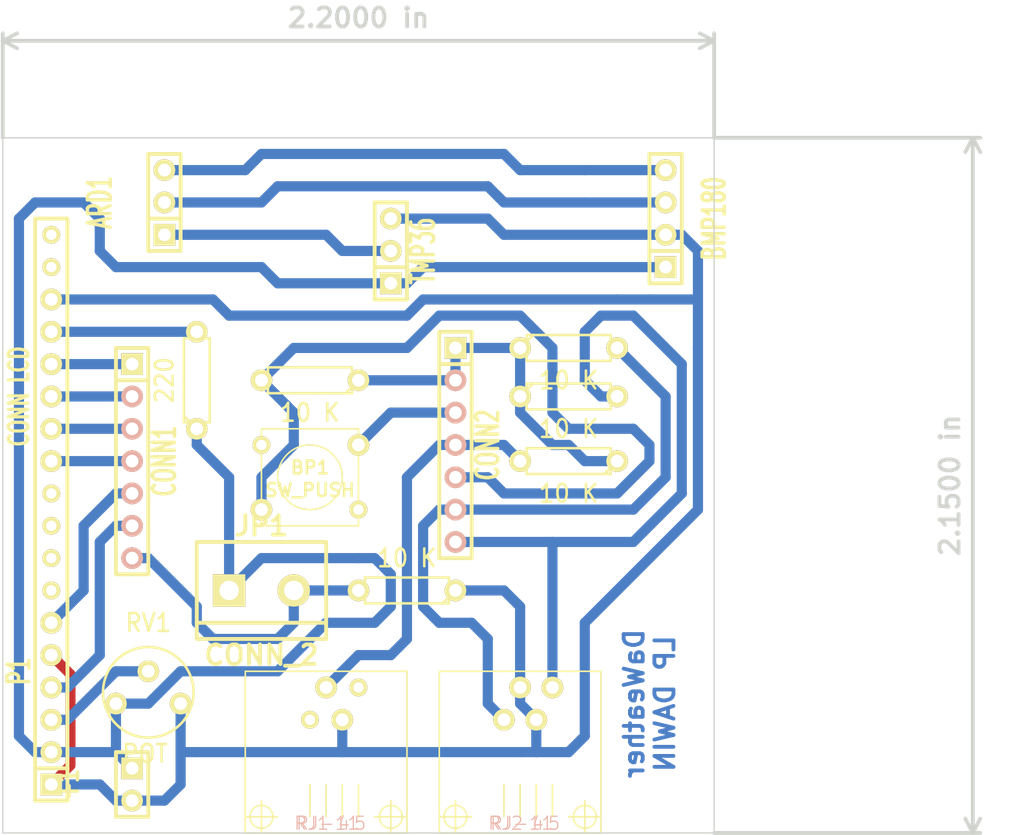
<source format=kicad_pcb>
(kicad_pcb (version 20171130) (host pcbnew "(5.1.12)-1")

  (general
    (thickness 1.6)
    (drawings 7)
    (tracks 175)
    (zones 0)
    (modules 18)
    (nets 21)
  )

  (page A3)
  (layers
    (0 Dessus.Cu signal)
    (31 Dessous.Cu signal)
    (32 B.Adhes user)
    (33 F.Adhes user)
    (34 B.Paste user)
    (35 F.Paste user)
    (36 B.SilkS user)
    (37 F.SilkS user)
    (38 B.Mask user)
    (39 F.Mask user)
    (40 Dwgs.User user)
    (41 Cmts.User user)
    (42 Eco1.User user)
    (43 Eco2.User user)
    (44 Edge.Cuts user)
  )

  (setup
    (last_trace_width 0.8)
    (trace_clearance 0.254)
    (zone_clearance 0.508)
    (zone_45_only no)
    (trace_min 0.254)
    (via_size 0.889)
    (via_drill 0.635)
    (via_min_size 0.889)
    (via_min_drill 0.508)
    (uvia_size 0.508)
    (uvia_drill 0.127)
    (uvias_allowed no)
    (uvia_min_size 0.508)
    (uvia_min_drill 0.127)
    (edge_width 0.1)
    (segment_width 0.2)
    (pcb_text_width 0.3)
    (pcb_text_size 1.5 1.5)
    (mod_edge_width 0.15)
    (mod_text_size 1 1)
    (mod_text_width 0.15)
    (pad_size 1.7 1.7)
    (pad_drill 1)
    (pad_to_mask_clearance 0)
    (aux_axis_origin 0 0)
    (visible_elements 7FFFFFFF)
    (pcbplotparams
      (layerselection 0x00030_ffffffff)
      (usegerberextensions true)
      (usegerberattributes true)
      (usegerberadvancedattributes true)
      (creategerberjobfile true)
      (excludeedgelayer true)
      (linewidth 0.150000)
      (plotframeref false)
      (viasonmask false)
      (mode 1)
      (useauxorigin false)
      (hpglpennumber 1)
      (hpglpenspeed 20)
      (hpglpendiameter 15.000000)
      (psnegative false)
      (psa4output false)
      (plotreference true)
      (plotvalue true)
      (plotinvisibletext false)
      (padsonsilk false)
      (subtractmaskfromsilk false)
      (outputformat 1)
      (mirror false)
      (drillshape 1)
      (scaleselection 1)
      (outputdirectory ""))
  )

  (net 0 "")
  (net 1 N-000001)
  (net 2 N-0000010)
  (net 3 N-0000011)
  (net 4 N-0000012)
  (net 5 N-0000013)
  (net 6 N-0000015)
  (net 7 N-0000016)
  (net 8 N-0000017)
  (net 9 N-0000018)
  (net 10 N-0000019)
  (net 11 N-000002)
  (net 12 N-0000020)
  (net 13 N-0000021)
  (net 14 N-0000022)
  (net 15 N-0000027)
  (net 16 N-000003)
  (net 17 N-000004)
  (net 18 N-000005)
  (net 19 N-000006)
  (net 20 N-000009)

  (net_class Default "Ceci est la Netclass par défaut"
    (clearance 0.254)
    (trace_width 0.8)
    (via_dia 0.889)
    (via_drill 0.635)
    (uvia_dia 0.508)
    (uvia_drill 0.127)
    (add_net N-000001)
    (add_net N-0000010)
    (add_net N-0000011)
    (add_net N-0000012)
    (add_net N-0000013)
    (add_net N-0000015)
    (add_net N-0000016)
    (add_net N-0000017)
    (add_net N-0000018)
    (add_net N-0000019)
    (add_net N-000002)
    (add_net N-0000020)
    (add_net N-0000021)
    (add_net N-0000022)
    (add_net N-0000027)
    (add_net N-000003)
    (add_net N-000004)
    (add_net N-000005)
    (add_net N-000006)
    (add_net N-000009)
  )

  (module SW_PUSH_SMALL (layer Dessus.Cu) (tedit 54C9627A) (tstamp 54C90043)
    (at 97.79 81.28)
    (path /54C8C291)
    (fp_text reference BP1 (at 0 -0.762) (layer F.SilkS)
      (effects (font (size 1.016 1.016) (thickness 0.2032)))
    )
    (fp_text value SW_PUSH (at 0 1.016) (layer F.SilkS)
      (effects (font (size 1.016 1.016) (thickness 0.2032)))
    )
    (fp_line (start -3.81 -3.81) (end -3.81 3.81) (layer F.SilkS) (width 0.127))
    (fp_line (start 3.81 3.81) (end -3.81 3.81) (layer F.SilkS) (width 0.127))
    (fp_line (start 3.81 -3.81) (end 3.81 3.81) (layer F.SilkS) (width 0.127))
    (fp_line (start -3.81 -3.81) (end 3.81 -3.81) (layer F.SilkS) (width 0.127))
    (fp_circle (center 0 0) (end 0 -2.54) (layer F.SilkS) (width 0.127))
    (pad 1 thru_hole circle (at 3.81 -2.54) (size 1.7 1.7) (drill 1) (layers *.Cu *.Mask F.SilkS)
      (net 18 N-000005))
    (pad 2 thru_hole circle (at 3.81 2.54) (size 1.397 1.397) (drill 0.8128) (layers *.Cu *.Mask F.SilkS))
    (pad 1 thru_hole circle (at -3.81 -2.54) (size 1.397 1.397) (drill 0.8128) (layers *.Cu *.Mask F.SilkS))
    (pad 2 thru_hole circle (at -3.81 2.54) (size 1.7 1.7) (drill 1) (layers *.Cu *.Mask F.SilkS)
      (net 11 N-000002))
  )

  (module SIL-7 (layer Dessus.Cu) (tedit 54C96456) (tstamp 54C90055)
    (at 109.22 78.74 270)
    (descr "Connecteur 7 pins")
    (tags "CONN DEV")
    (path /54C8DBB2)
    (fp_text reference CONN2 (at 0 -2.54 270) (layer F.SilkS)
      (effects (font (size 1.72974 1.08712) (thickness 0.3048)))
    )
    (fp_text value CONN_7 (at 0 2.54 270) (layer F.SilkS) hide
      (effects (font (size 1.524 1.016) (thickness 0.3048)))
    )
    (fp_line (start -6.35 1.27) (end -6.35 -1.27) (layer F.SilkS) (width 0.3048))
    (fp_line (start -6.35 1.27) (end -6.35 1.27) (layer F.SilkS) (width 0.3048))
    (fp_line (start -8.89 1.27) (end -8.89 -1.27) (layer F.SilkS) (width 0.3048))
    (fp_line (start 8.89 1.27) (end -8.89 1.27) (layer F.SilkS) (width 0.3048))
    (fp_line (start 8.89 -1.27) (end 8.89 1.27) (layer F.SilkS) (width 0.3048))
    (fp_line (start -8.89 -1.27) (end 8.89 -1.27) (layer F.SilkS) (width 0.3048))
    (fp_line (start -8.89 -1.27) (end -8.89 -1.27) (layer F.SilkS) (width 0.3048))
    (pad 1 thru_hole rect (at -7.62 0 270) (size 1.7 1.7) (drill 1) (layers *.Cu *.Mask F.SilkS)
      (net 10 N-0000019))
    (pad 2 thru_hole circle (at -5.08 0 270) (size 1.7 1.7) (drill 1) (layers *.Cu *.SilkS *.Mask)
      (net 10 N-0000019))
    (pad 3 thru_hole circle (at -2.54 0 270) (size 1.7 1.7) (drill 1) (layers *.Cu *.SilkS *.Mask)
      (net 18 N-000005))
    (pad 4 thru_hole circle (at 0 0 270) (size 1.7 1.7) (drill 1) (layers *.Cu *.SilkS *.Mask)
      (net 17 N-000004))
    (pad 5 thru_hole circle (at 2.54 0 270) (size 1.7 1.7) (drill 1) (layers *.Cu *.SilkS *.Mask)
      (net 11 N-000002))
    (pad 6 thru_hole circle (at 5.08 0 270) (size 1.7 1.7) (drill 1) (layers *.Cu *.SilkS *.Mask)
      (net 1 N-000001))
    (pad 7 thru_hole circle (at 7.62 0 270) (size 1.7 1.7) (drill 1) (layers *.Cu *.SilkS *.Mask)
      (net 16 N-000003))
  )

  (module SIL-7 (layer Dessus.Cu) (tedit 54C962FA) (tstamp 54C90067)
    (at 83.82 80.01 270)
    (descr "Connecteur 7 pins")
    (tags "CONN DEV")
    (path /54C8D248)
    (fp_text reference CONN1 (at 0 -2.54 270) (layer F.SilkS)
      (effects (font (size 1.72974 1.08712) (thickness 0.3048)))
    )
    (fp_text value CONN_7 (at 0 -2.54 270) (layer F.SilkS) hide
      (effects (font (size 1.524 1.016) (thickness 0.3048)))
    )
    (fp_line (start -6.35 1.27) (end -6.35 -1.27) (layer F.SilkS) (width 0.3048))
    (fp_line (start -6.35 1.27) (end -6.35 1.27) (layer F.SilkS) (width 0.3048))
    (fp_line (start -8.89 1.27) (end -8.89 -1.27) (layer F.SilkS) (width 0.3048))
    (fp_line (start 8.89 1.27) (end -8.89 1.27) (layer F.SilkS) (width 0.3048))
    (fp_line (start 8.89 -1.27) (end 8.89 1.27) (layer F.SilkS) (width 0.3048))
    (fp_line (start -8.89 -1.27) (end 8.89 -1.27) (layer F.SilkS) (width 0.3048))
    (fp_line (start -8.89 -1.27) (end -8.89 -1.27) (layer F.SilkS) (width 0.3048))
    (pad 1 thru_hole rect (at -7.62 0 270) (size 1.7 1.7) (drill 1) (layers *.Cu *.Mask F.SilkS)
      (net 7 N-0000016))
    (pad 2 thru_hole circle (at -5.08 0 270) (size 1.7 1.7) (drill 1) (layers *.Cu *.SilkS *.Mask)
      (net 8 N-0000017))
    (pad 3 thru_hole circle (at -2.54 0 270) (size 1.7 1.7) (drill 1) (layers *.Cu *.SilkS *.Mask)
      (net 15 N-0000027))
    (pad 4 thru_hole circle (at 0 0 270) (size 1.7 1.7) (drill 1) (layers *.Cu *.SilkS *.Mask)
      (net 9 N-0000018))
    (pad 5 thru_hole circle (at 2.54 0 270) (size 1.7 1.7) (drill 1) (layers *.Cu *.SilkS *.Mask)
      (net 14 N-0000022))
    (pad 6 thru_hole circle (at 5.08 0 270) (size 1.7 1.7) (drill 1) (layers *.Cu *.SilkS *.Mask)
      (net 4 N-0000012))
    (pad 7 thru_hole circle (at 7.62 0 270) (size 1.7 1.7) (drill 1) (layers *.Cu *.SilkS *.Mask)
      (net 6 N-0000015))
  )

  (module SIL-4 (layer Dessus.Cu) (tedit 54C961F0) (tstamp 54C90076)
    (at 125.73 60.96 90)
    (descr "Connecteur 4 pibs")
    (tags "CONN DEV")
    (path /54C8F200)
    (fp_text reference BMP180 (at 0 3.81 90) (layer F.SilkS)
      (effects (font (size 1.73482 1.08712) (thickness 0.3048)))
    )
    (fp_text value CONN_4 (at 0 -2.54 90) (layer F.SilkS) hide
      (effects (font (size 1.524 1.016) (thickness 0.3048)))
    )
    (fp_line (start -2.54 1.27) (end -2.54 -1.27) (layer F.SilkS) (width 0.3048))
    (fp_line (start 5.08 1.27) (end -5.08 1.27) (layer F.SilkS) (width 0.3048))
    (fp_line (start 5.08 -1.27) (end 5.08 1.27) (layer F.SilkS) (width 0.3048))
    (fp_line (start -5.08 -1.27) (end 5.08 -1.27) (layer F.SilkS) (width 0.3048))
    (fp_line (start -5.08 -1.27) (end -5.08 -1.27) (layer F.SilkS) (width 0.3048))
    (fp_line (start -5.08 1.27) (end -5.08 -1.27) (layer F.SilkS) (width 0.3048))
    (fp_line (start -5.08 -1.27) (end -5.08 -1.27) (layer F.SilkS) (width 0.3048))
    (pad 1 thru_hole rect (at -3.81 0 90) (size 1.7 1.7) (drill 1) (layers *.Cu *.Mask F.SilkS)
      (net 19 N-000006))
    (pad 2 thru_hole circle (at -1.27 0 90) (size 1.7 1.7) (drill 1) (layers *.Cu *.Mask F.SilkS)
      (net 13 N-0000021))
    (pad 3 thru_hole circle (at 1.27 0 90) (size 1.7 1.7) (drill 1) (layers *.Cu *.Mask F.SilkS)
      (net 2 N-0000010))
    (pad 4 thru_hole circle (at 3.81 0 90) (size 1.7 1.7) (drill 1) (layers *.Cu *.Mask F.SilkS)
      (net 3 N-0000011))
  )

  (module SIL-3 (layer Dessus.Cu) (tedit 54C96230) (tstamp 54C90082)
    (at 86.36 59.69 90)
    (descr "Connecteur 3 pins")
    (tags "CONN DEV")
    (path /54C8EE3C)
    (fp_text reference ARD1 (at 0 -5.08 90) (layer F.SilkS)
      (effects (font (size 1.7907 1.07696) (thickness 0.3048)))
    )
    (fp_text value CONN_3 (at 0 -2.54 90) (layer F.SilkS) hide
      (effects (font (size 1.524 1.016) (thickness 0.3048)))
    )
    (fp_line (start -1.27 -1.27) (end -1.27 1.27) (layer F.SilkS) (width 0.3048))
    (fp_line (start 3.81 1.27) (end -3.81 1.27) (layer F.SilkS) (width 0.3048))
    (fp_line (start 3.81 -1.27) (end 3.81 1.27) (layer F.SilkS) (width 0.3048))
    (fp_line (start -3.81 -1.27) (end 3.81 -1.27) (layer F.SilkS) (width 0.3048))
    (fp_line (start -3.81 1.27) (end -3.81 -1.27) (layer F.SilkS) (width 0.3048))
    (pad 1 thru_hole rect (at -2.54 0 90) (size 1.7 1.7) (drill 1) (layers *.Cu *.Mask F.SilkS)
      (net 20 N-000009))
    (pad 2 thru_hole circle (at 0 0 90) (size 1.7 1.7) (drill 1) (layers *.Cu *.Mask F.SilkS)
      (net 2 N-0000010))
    (pad 3 thru_hole circle (at 2.54 0 90) (size 1.7 1.7) (drill 1) (layers *.Cu *.Mask F.SilkS)
      (net 3 N-0000011))
  )

  (module SIL-3 (layer Dessus.Cu) (tedit 54C96211) (tstamp 54C94F19)
    (at 104.14 63.5 90)
    (descr "Connecteur 3 pins")
    (tags "CONN DEV")
    (path /54C8ECC3)
    (fp_text reference TMP36 (at 0 2.54 90) (layer F.SilkS)
      (effects (font (size 1.7907 1.07696) (thickness 0.3048)))
    )
    (fp_text value CONN_3 (at 0 -2.54 90) (layer F.SilkS) hide
      (effects (font (size 1.524 1.016) (thickness 0.3048)))
    )
    (fp_line (start -1.27 -1.27) (end -1.27 1.27) (layer F.SilkS) (width 0.3048))
    (fp_line (start 3.81 1.27) (end -3.81 1.27) (layer F.SilkS) (width 0.3048))
    (fp_line (start 3.81 -1.27) (end 3.81 1.27) (layer F.SilkS) (width 0.3048))
    (fp_line (start -3.81 -1.27) (end 3.81 -1.27) (layer F.SilkS) (width 0.3048))
    (fp_line (start -3.81 1.27) (end -3.81 -1.27) (layer F.SilkS) (width 0.3048))
    (pad 1 thru_hole rect (at -2.54 0 90) (size 1.7 1.7) (drill 1) (layers *.Cu *.Mask F.SilkS)
      (net 19 N-000006))
    (pad 2 thru_hole circle (at 0 0 90) (size 1.7 1.7) (drill 1) (layers *.Cu *.Mask F.SilkS)
      (net 20 N-000009))
    (pad 3 thru_hole circle (at 2.54 0 90) (size 1.7 1.7) (drill 1) (layers *.Cu *.Mask F.SilkS)
      (net 13 N-0000021))
  )

  (module SIL-2 (layer Dessus.Cu) (tedit 54C963B1) (tstamp 54C90098)
    (at 83.82 105.41 270)
    (descr "Connecteurs 2 pins")
    (tags "CONN DEV")
    (path /54C8D258)
    (fp_text reference +1 (at 0 5.08 270) (layer F.SilkS)
      (effects (font (size 1.72974 1.08712) (thickness 0.3048)))
    )
    (fp_text value CONN_2 (at 0 -2.54 270) (layer F.SilkS) hide
      (effects (font (size 1.524 1.016) (thickness 0.3048)))
    )
    (fp_line (start 2.54 1.27) (end -2.54 1.27) (layer F.SilkS) (width 0.3048))
    (fp_line (start 2.54 -1.27) (end 2.54 1.27) (layer F.SilkS) (width 0.3048))
    (fp_line (start -2.54 -1.27) (end 2.54 -1.27) (layer F.SilkS) (width 0.3048))
    (fp_line (start -2.54 1.27) (end -2.54 -1.27) (layer F.SilkS) (width 0.3048))
    (pad 1 thru_hole rect (at -1.27 0 270) (size 1.7 1.7) (drill 1) (layers *.Cu *.Mask F.SilkS)
      (net 19 N-000006))
    (pad 2 thru_hole circle (at 1.27 0 270) (size 1.7 1.7) (drill 1) (layers *.Cu *.Mask F.SilkS)
      (net 13 N-0000021))
  )

  (module SIL-18 (layer Dessus.Cu) (tedit 54C96333) (tstamp 54C94F35)
    (at 77.47 83.82 90)
    (descr "Connecteur 18 pins")
    (tags "CONN DEV")
    (path /54C8CFEE)
    (fp_text reference P1 (at -12.7 -2.54 90) (layer F.SilkS)
      (effects (font (size 1.72974 1.08712) (thickness 0.3048)))
    )
    (fp_text value "CONN LCD" (at 8.89 -2.54 90) (layer F.SilkS)
      (effects (font (size 1.524 1.016) (thickness 0.3048)))
    )
    (fp_line (start -20.32 -1.27) (end -20.32 1.27) (layer F.SilkS) (width 0.3048))
    (fp_line (start -22.86 1.27) (end -22.86 -1.27) (layer F.SilkS) (width 0.3048))
    (fp_line (start 22.86 1.27) (end -22.86 1.27) (layer F.SilkS) (width 0.3048))
    (fp_line (start 22.86 -1.27) (end 22.86 1.27) (layer F.SilkS) (width 0.3048))
    (fp_line (start -22.86 -1.27) (end 22.86 -1.27) (layer F.SilkS) (width 0.3048))
    (pad 1 thru_hole rect (at -21.59 0 90) (size 1.7 1.7) (drill 1) (layers *.Cu *.Mask F.SilkS)
      (net 13 N-0000021))
    (pad 2 thru_hole circle (at -19.05 0 90) (size 1.7 1.7) (drill 1) (layers *.Cu *.Mask F.SilkS)
      (net 19 N-000006))
    (pad 3 thru_hole circle (at -16.51 0 90) (size 1.7 1.7) (drill 1) (layers *.Cu *.Mask F.SilkS)
      (net 12 N-0000020))
    (pad 4 thru_hole circle (at -13.97 0 90) (size 1.7 1.7) (drill 1) (layers *.Cu *.Mask F.SilkS)
      (net 4 N-0000012))
    (pad 5 thru_hole circle (at -11.43 0 90) (size 1.7 1.7) (drill 1) (layers *.Cu *.Mask F.SilkS)
      (net 13 N-0000021))
    (pad 6 thru_hole circle (at -8.89 0 90) (size 1.7 1.7) (drill 1) (layers *.Cu *.Mask F.SilkS)
      (net 14 N-0000022))
    (pad 7 thru_hole circle (at -6.35 0 90) (size 1.397 1.397) (drill 0.8128) (layers *.Cu *.Mask F.SilkS))
    (pad 8 thru_hole circle (at -3.81 0 90) (size 1.397 1.397) (drill 0.8128) (layers *.Cu *.Mask F.SilkS))
    (pad 9 thru_hole circle (at -1.27 0 90) (size 1.397 1.397) (drill 0.8128) (layers *.Cu *.Mask F.SilkS))
    (pad 10 thru_hole circle (at 1.27 0 90) (size 1.397 1.397) (drill 0.8128) (layers *.Cu *.Mask F.SilkS))
    (pad 11 thru_hole circle (at 3.81 0 90) (size 1.7 1.7) (drill 1) (layers *.Cu *.Mask F.SilkS)
      (net 9 N-0000018))
    (pad 12 thru_hole circle (at 6.35 0 90) (size 1.7 1.7) (drill 1) (layers *.Cu *.Mask F.SilkS)
      (net 15 N-0000027))
    (pad 13 thru_hole circle (at 8.89 0 90) (size 1.7 1.7) (drill 1) (layers *.Cu *.Mask F.SilkS)
      (net 8 N-0000017))
    (pad 14 thru_hole circle (at 11.43 0 90) (size 1.7 1.7) (drill 1) (layers *.Cu *.Mask F.SilkS)
      (net 7 N-0000016))
    (pad 15 thru_hole circle (at 13.97 0 90) (size 1.7 1.7) (drill 1) (layers *.Cu *.Mask F.SilkS)
      (net 5 N-0000013))
    (pad 16 thru_hole circle (at 16.51 0 90) (size 1.7 1.7) (drill 1) (layers *.Cu *.Mask F.SilkS)
      (net 13 N-0000021))
    (pad 17 thru_hole circle (at 19.05 0 90) (size 1.397 1.397) (drill 0.8128) (layers *.Cu *.Mask F.SilkS))
    (pad 18 thru_hole circle (at 21.59 0 90) (size 1.397 1.397) (drill 0.8128) (layers *.Cu *.Mask F.SilkS))
  )

  (module scenix4-RJ-11 (layer Dessus.Cu) (tedit 54C963C7) (tstamp 54C900CB)
    (at 99.06 101.6 180)
    (path /54C8FB85)
    (attr virtual)
    (fp_text reference RJ1 (at 1.143 -6.858 180) (layer B.SilkS)
      (effects (font (size 1.016 1.016) (thickness 0.0889)))
    )
    (fp_text value RJ-11 (at -0.127 -6.858 180) (layer B.SilkS)
      (effects (font (size 1.016 1.016) (thickness 0.0889)))
    )
    (fp_line (start 5.08 -5.08) (end 5.08 -7.62) (layer F.SilkS) (width 0.127))
    (fp_line (start 3.81 -6.35) (end 6.35 -6.35) (layer F.SilkS) (width 0.127))
    (fp_circle (center 5.08 -6.35) (end 5.715 -6.985) (layer F.SilkS) (width 0.127))
    (fp_line (start -5.08 -5.08) (end -5.08 -7.62) (layer F.SilkS) (width 0.127))
    (fp_line (start -6.35 -6.35) (end -3.81 -6.35) (layer F.SilkS) (width 0.127))
    (fp_circle (center -5.08 -6.35) (end -5.715 -6.985) (layer F.SilkS) (width 0.127))
    (fp_line (start -6.35 5.08) (end -6.35 -7.62) (layer F.SilkS) (width 0.127))
    (fp_line (start 6.35 5.08) (end -6.35 5.08) (layer F.SilkS) (width 0.127))
    (fp_line (start 6.35 -7.62) (end 6.35 5.08) (layer F.SilkS) (width 0.127))
    (fp_line (start -6.35 -7.62) (end 6.35 -7.62) (layer F.SilkS) (width 0.127))
    (fp_line (start 1.27 -6.35) (end 1.27 -3.81) (layer F.SilkS) (width 0.127))
    (fp_line (start 0 -6.35) (end 0 -3.81) (layer F.SilkS) (width 0.127))
    (fp_line (start -1.27 -6.35) (end -1.27 -3.81) (layer F.SilkS) (width 0.127))
    (fp_line (start -2.54 -6.35) (end -2.54 -3.81) (layer F.SilkS) (width 0.127))
    (fp_text user 4 (at -1.397 -6.858 180) (layer B.SilkS)
      (effects (font (size 1.016 1.016) (thickness 0.0889)))
    )
    (fp_text user 5 (at -2.667 -6.858 180) (layer B.SilkS)
      (effects (font (size 1.016 1.016) (thickness 0.0889)))
    )
    (pad 2 thru_hole circle (at 1.27 1.27 180) (size 1.397 1.397) (drill 0.8128) (layers *.Cu F.Paste F.SilkS F.Mask))
    (pad 3 thru_hole circle (at 0 3.81 180) (size 1.7 1.7) (drill 1) (layers *.Cu F.Paste F.SilkS F.Mask)
      (net 17 N-000004))
    (pad 4 thru_hole circle (at -1.27 1.27 180) (size 1.7 1.7) (drill 1) (layers *.Cu F.Paste F.SilkS F.Mask)
      (net 13 N-0000021))
    (pad 5 thru_hole circle (at -2.54 3.81 180) (size 1.397 1.397) (drill 0.8128) (layers *.Cu F.Paste F.SilkS F.Mask))
  )

  (module scenix4-RJ-11 (layer Dessus.Cu) (tedit 54C96401) (tstamp 54C900E3)
    (at 114.3 101.6 180)
    (path /54C8C2DD)
    (attr virtual)
    (fp_text reference RJ2 (at 1.143 -6.858 180) (layer B.SilkS)
      (effects (font (size 1.016 1.016) (thickness 0.0889)))
    )
    (fp_text value RJ-11 (at -0.127 -6.858 180) (layer B.SilkS)
      (effects (font (size 1.016 1.016) (thickness 0.0889)))
    )
    (fp_line (start 5.08 -5.08) (end 5.08 -7.62) (layer F.SilkS) (width 0.127))
    (fp_line (start 3.81 -6.35) (end 6.35 -6.35) (layer F.SilkS) (width 0.127))
    (fp_circle (center 5.08 -6.35) (end 5.715 -6.985) (layer F.SilkS) (width 0.127))
    (fp_line (start -5.08 -5.08) (end -5.08 -7.62) (layer F.SilkS) (width 0.127))
    (fp_line (start -6.35 -6.35) (end -3.81 -6.35) (layer F.SilkS) (width 0.127))
    (fp_circle (center -5.08 -6.35) (end -5.715 -6.985) (layer F.SilkS) (width 0.127))
    (fp_line (start -6.35 5.08) (end -6.35 -7.62) (layer F.SilkS) (width 0.127))
    (fp_line (start 6.35 5.08) (end -6.35 5.08) (layer F.SilkS) (width 0.127))
    (fp_line (start 6.35 -7.62) (end 6.35 5.08) (layer F.SilkS) (width 0.127))
    (fp_line (start -6.35 -7.62) (end 6.35 -7.62) (layer F.SilkS) (width 0.127))
    (fp_line (start 1.27 -6.35) (end 1.27 -3.81) (layer F.SilkS) (width 0.127))
    (fp_line (start 0 -6.35) (end 0 -3.81) (layer F.SilkS) (width 0.127))
    (fp_line (start -1.27 -6.35) (end -1.27 -3.81) (layer F.SilkS) (width 0.127))
    (fp_line (start -2.54 -6.35) (end -2.54 -3.81) (layer F.SilkS) (width 0.127))
    (fp_text user 4 (at -1.397 -6.858 180) (layer B.SilkS)
      (effects (font (size 1.016 1.016) (thickness 0.0889)))
    )
    (fp_text user 5 (at -2.667 -6.858 180) (layer B.SilkS)
      (effects (font (size 1.016 1.016) (thickness 0.0889)))
    )
    (pad 2 thru_hole circle (at 1.27 1.27 180) (size 1.7 1.7) (drill 1) (layers *.Cu F.Paste F.SilkS F.Mask)
      (net 1 N-000001))
    (pad 3 thru_hole circle (at 0 3.81 180) (size 1.7 1.7) (drill 1) (layers *.Cu F.Paste F.SilkS F.Mask)
      (net 13 N-0000021))
    (pad 4 thru_hole circle (at -1.27 1.27 180) (size 1.7 1.7) (drill 1) (layers *.Cu F.Paste F.SilkS F.Mask)
      (net 13 N-0000021))
    (pad 5 thru_hole circle (at -2.54 3.81 180) (size 1.7 1.7) (drill 1) (layers *.Cu F.Paste F.SilkS F.Mask)
      (net 16 N-000003))
  )

  (module RV2 (layer Dessus.Cu) (tedit 54C96351) (tstamp 54C900EB)
    (at 85.09 97.79)
    (descr "Resistance variable / potentiometre")
    (tags R)
    (path /54C8F4AF)
    (autoplace_cost90 10)
    (autoplace_cost180 10)
    (fp_text reference RV1 (at 0 -5.08) (layer F.SilkS)
      (effects (font (size 1.397 1.27) (thickness 0.2032)))
    )
    (fp_text value POT (at -0.254 5.207) (layer F.SilkS)
      (effects (font (size 1.397 1.27) (thickness 0.2032)))
    )
    (fp_circle (center 0 0.381) (end 0 -3.175) (layer F.SilkS) (width 0.2032))
    (pad 1 thru_hole circle (at -2.54 1.27) (size 1.7 1.7) (drill 1) (layers *.Cu *.Mask F.SilkS)
      (net 19 N-000006))
    (pad 2 thru_hole circle (at 0 -1.27) (size 1.7 1.7) (drill 1) (layers *.Cu *.Mask F.SilkS)
      (net 12 N-0000020))
    (pad 3 thru_hole circle (at 2.54 1.27) (size 1.7 1.7) (drill 1) (layers *.Cu *.Mask F.SilkS)
      (net 13 N-0000021))
    (model discret/adjustable_rx2.wrl
      (at (xyz 0 0 0))
      (scale (xyz 1 1 1))
      (rotate (xyz 0 0 0))
    )
  )

  (module R3 (layer Dessus.Cu) (tedit 54C96248) (tstamp 54C900F9)
    (at 88.9 73.66 90)
    (descr "Resitance 3 pas")
    (tags R)
    (path /54C8D0E6)
    (autoplace_cost180 10)
    (fp_text reference R6 (at 0 0.127 90) (layer F.SilkS) hide
      (effects (font (size 1.397 1.27) (thickness 0.2032)))
    )
    (fp_text value 220 (at 0 -2.54 90) (layer F.SilkS)
      (effects (font (size 1.397 1.27) (thickness 0.2032)))
    )
    (fp_line (start -3.302 -0.508) (end -2.794 -1.016) (layer F.SilkS) (width 0.2032))
    (fp_line (start 3.302 1.016) (end 3.302 0) (layer F.SilkS) (width 0.2032))
    (fp_line (start -3.302 1.016) (end 3.302 1.016) (layer F.SilkS) (width 0.2032))
    (fp_line (start -3.302 -1.016) (end -3.302 1.016) (layer F.SilkS) (width 0.2032))
    (fp_line (start 3.302 -1.016) (end -3.302 -1.016) (layer F.SilkS) (width 0.2032))
    (fp_line (start 3.302 0) (end 3.302 -1.016) (layer F.SilkS) (width 0.2032))
    (fp_line (start 3.81 0) (end 3.302 0) (layer F.SilkS) (width 0.2032))
    (fp_line (start -3.81 0) (end -3.302 0) (layer F.SilkS) (width 0.2032))
    (pad 1 thru_hole circle (at -3.81 0 90) (size 1.7 1.7) (drill 1) (layers *.Cu *.Mask F.SilkS)
      (net 19 N-000006))
    (pad 2 thru_hole circle (at 3.81 0 90) (size 1.7 1.7) (drill 1) (layers *.Cu *.Mask F.SilkS)
      (net 5 N-0000013))
    (model discret/resistor.wrl
      (at (xyz 0 0 0))
      (scale (xyz 0.3 0.3 0.3))
      (rotate (xyz 0 0 0))
    )
  )

  (module R3 (layer Dessus.Cu) (tedit 54C963D6) (tstamp 54C90107)
    (at 105.41 90.17 180)
    (descr "Resitance 3 pas")
    (tags R)
    (path /54C8D08F)
    (autoplace_cost180 10)
    (fp_text reference R5 (at 0 0.127 180) (layer F.SilkS) hide
      (effects (font (size 1.397 1.27) (thickness 0.2032)))
    )
    (fp_text value "10 K" (at 0 2.54 180) (layer F.SilkS)
      (effects (font (size 1.397 1.27) (thickness 0.2032)))
    )
    (fp_line (start -3.302 -0.508) (end -2.794 -1.016) (layer F.SilkS) (width 0.2032))
    (fp_line (start 3.302 1.016) (end 3.302 0) (layer F.SilkS) (width 0.2032))
    (fp_line (start -3.302 1.016) (end 3.302 1.016) (layer F.SilkS) (width 0.2032))
    (fp_line (start -3.302 -1.016) (end -3.302 1.016) (layer F.SilkS) (width 0.2032))
    (fp_line (start 3.302 -1.016) (end -3.302 -1.016) (layer F.SilkS) (width 0.2032))
    (fp_line (start 3.302 0) (end 3.302 -1.016) (layer F.SilkS) (width 0.2032))
    (fp_line (start 3.81 0) (end 3.302 0) (layer F.SilkS) (width 0.2032))
    (fp_line (start -3.81 0) (end -3.302 0) (layer F.SilkS) (width 0.2032))
    (pad 1 thru_hole circle (at -3.81 0 180) (size 1.7 1.7) (drill 1) (layers *.Cu *.Mask F.SilkS)
      (net 13 N-0000021))
    (pad 2 thru_hole circle (at 3.81 0 180) (size 1.7 1.7) (drill 1) (layers *.Cu *.Mask F.SilkS)
      (net 6 N-0000015))
    (model discret/resistor.wrl
      (at (xyz 0 0 0))
      (scale (xyz 0.3 0.3 0.3))
      (rotate (xyz 0 0 0))
    )
  )

  (module R3 (layer Dessus.Cu) (tedit 54C9648A) (tstamp 54C90115)
    (at 118.11 74.93)
    (descr "Resitance 3 pas")
    (tags R)
    (path /54C8B44B)
    (autoplace_cost180 10)
    (fp_text reference R4 (at 0 0.127) (layer F.SilkS) hide
      (effects (font (size 1.397 1.27) (thickness 0.2032)))
    )
    (fp_text value "10 K" (at 0 2.54) (layer F.SilkS)
      (effects (font (size 1.397 1.27) (thickness 0.2032)))
    )
    (fp_line (start -3.302 -0.508) (end -2.794 -1.016) (layer F.SilkS) (width 0.2032))
    (fp_line (start 3.302 1.016) (end 3.302 0) (layer F.SilkS) (width 0.2032))
    (fp_line (start -3.302 1.016) (end 3.302 1.016) (layer F.SilkS) (width 0.2032))
    (fp_line (start -3.302 -1.016) (end -3.302 1.016) (layer F.SilkS) (width 0.2032))
    (fp_line (start 3.302 -1.016) (end -3.302 -1.016) (layer F.SilkS) (width 0.2032))
    (fp_line (start 3.302 0) (end 3.302 -1.016) (layer F.SilkS) (width 0.2032))
    (fp_line (start 3.81 0) (end 3.302 0) (layer F.SilkS) (width 0.2032))
    (fp_line (start -3.81 0) (end -3.302 0) (layer F.SilkS) (width 0.2032))
    (pad 1 thru_hole circle (at -3.81 0) (size 1.7 1.7) (drill 1) (layers *.Cu *.Mask F.SilkS)
      (net 10 N-0000019))
    (pad 2 thru_hole circle (at 3.81 0) (size 1.7 1.7) (drill 1) (layers *.Cu *.Mask F.SilkS)
      (net 16 N-000003))
    (model discret/resistor.wrl
      (at (xyz 0 0 0))
      (scale (xyz 0.3 0.3 0.3))
      (rotate (xyz 0 0 0))
    )
  )

  (module R3 (layer Dessus.Cu) (tedit 54C96482) (tstamp 54C90123)
    (at 118.11 71.12)
    (descr "Resitance 3 pas")
    (tags R)
    (path /54C8B43C)
    (autoplace_cost180 10)
    (fp_text reference R3 (at 0 0.127) (layer F.SilkS) hide
      (effects (font (size 1.397 1.27) (thickness 0.2032)))
    )
    (fp_text value "10 K" (at 0 2.54) (layer F.SilkS)
      (effects (font (size 1.397 1.27) (thickness 0.2032)))
    )
    (fp_line (start -3.302 -0.508) (end -2.794 -1.016) (layer F.SilkS) (width 0.2032))
    (fp_line (start 3.302 1.016) (end 3.302 0) (layer F.SilkS) (width 0.2032))
    (fp_line (start -3.302 1.016) (end 3.302 1.016) (layer F.SilkS) (width 0.2032))
    (fp_line (start -3.302 -1.016) (end -3.302 1.016) (layer F.SilkS) (width 0.2032))
    (fp_line (start 3.302 -1.016) (end -3.302 -1.016) (layer F.SilkS) (width 0.2032))
    (fp_line (start 3.302 0) (end 3.302 -1.016) (layer F.SilkS) (width 0.2032))
    (fp_line (start 3.81 0) (end 3.302 0) (layer F.SilkS) (width 0.2032))
    (fp_line (start -3.81 0) (end -3.302 0) (layer F.SilkS) (width 0.2032))
    (pad 1 thru_hole circle (at -3.81 0) (size 1.7 1.7) (drill 1) (layers *.Cu *.Mask F.SilkS)
      (net 10 N-0000019))
    (pad 2 thru_hole circle (at 3.81 0) (size 1.7 1.7) (drill 1) (layers *.Cu *.Mask F.SilkS)
      (net 1 N-000001))
    (model discret/resistor.wrl
      (at (xyz 0 0 0))
      (scale (xyz 0.3 0.3 0.3))
      (rotate (xyz 0 0 0))
    )
  )

  (module R3 (layer Dessus.Cu) (tedit 54C96463) (tstamp 54C90131)
    (at 118.11 80.01 180)
    (descr "Resitance 3 pas")
    (tags R)
    (path /54C8B42D)
    (autoplace_cost180 10)
    (fp_text reference R2 (at 0 0.127 180) (layer F.SilkS) hide
      (effects (font (size 1.397 1.27) (thickness 0.2032)))
    )
    (fp_text value "10 K" (at 0 -2.54 180) (layer F.SilkS)
      (effects (font (size 1.397 1.27) (thickness 0.2032)))
    )
    (fp_line (start -3.302 -0.508) (end -2.794 -1.016) (layer F.SilkS) (width 0.2032))
    (fp_line (start 3.302 1.016) (end 3.302 0) (layer F.SilkS) (width 0.2032))
    (fp_line (start -3.302 1.016) (end 3.302 1.016) (layer F.SilkS) (width 0.2032))
    (fp_line (start -3.302 -1.016) (end -3.302 1.016) (layer F.SilkS) (width 0.2032))
    (fp_line (start 3.302 -1.016) (end -3.302 -1.016) (layer F.SilkS) (width 0.2032))
    (fp_line (start 3.302 0) (end 3.302 -1.016) (layer F.SilkS) (width 0.2032))
    (fp_line (start 3.81 0) (end 3.302 0) (layer F.SilkS) (width 0.2032))
    (fp_line (start -3.81 0) (end -3.302 0) (layer F.SilkS) (width 0.2032))
    (pad 1 thru_hole circle (at -3.81 0 180) (size 1.7 1.7) (drill 1) (layers *.Cu *.Mask F.SilkS)
      (net 10 N-0000019))
    (pad 2 thru_hole circle (at 3.81 0 180) (size 1.7 1.7) (drill 1) (layers *.Cu *.Mask F.SilkS)
      (net 17 N-000004))
    (model discret/resistor.wrl
      (at (xyz 0 0 0))
      (scale (xyz 0.3 0.3 0.3))
      (rotate (xyz 0 0 0))
    )
  )

  (module R3 (layer Dessus.Cu) (tedit 54C9625C) (tstamp 54C9013F)
    (at 97.79 73.66 180)
    (descr "Resitance 3 pas")
    (tags R)
    (path /54C8B41E)
    (autoplace_cost180 10)
    (fp_text reference R1 (at 0 0.127 180) (layer F.SilkS) hide
      (effects (font (size 1.397 1.27) (thickness 0.2032)))
    )
    (fp_text value "10 K" (at 0 -2.54 180) (layer F.SilkS)
      (effects (font (size 1.397 1.27) (thickness 0.2032)))
    )
    (fp_line (start -3.302 -0.508) (end -2.794 -1.016) (layer F.SilkS) (width 0.2032))
    (fp_line (start 3.302 1.016) (end 3.302 0) (layer F.SilkS) (width 0.2032))
    (fp_line (start -3.302 1.016) (end 3.302 1.016) (layer F.SilkS) (width 0.2032))
    (fp_line (start -3.302 -1.016) (end -3.302 1.016) (layer F.SilkS) (width 0.2032))
    (fp_line (start 3.302 -1.016) (end -3.302 -1.016) (layer F.SilkS) (width 0.2032))
    (fp_line (start 3.302 0) (end 3.302 -1.016) (layer F.SilkS) (width 0.2032))
    (fp_line (start 3.81 0) (end 3.302 0) (layer F.SilkS) (width 0.2032))
    (fp_line (start -3.81 0) (end -3.302 0) (layer F.SilkS) (width 0.2032))
    (pad 1 thru_hole circle (at -3.81 0 180) (size 1.7 1.7) (drill 1) (layers *.Cu *.Mask F.SilkS)
      (net 10 N-0000019))
    (pad 2 thru_hole circle (at 3.81 0 180) (size 1.7 1.7) (drill 1) (layers *.Cu *.Mask F.SilkS)
      (net 11 N-000002))
    (model discret/resistor.wrl
      (at (xyz 0 0 0))
      (scale (xyz 0.3 0.3 0.3))
      (rotate (xyz 0 0 0))
    )
  )

  (module bornier2 (layer Dessus.Cu) (tedit 3EC0ED69) (tstamp 54CA4416)
    (at 93.98 90.17)
    (descr "Bornier d'alimentation 2 pins")
    (tags DEV)
    (path /54C8F7A8)
    (fp_text reference JP1 (at 0 -5.08) (layer F.SilkS)
      (effects (font (size 1.524 1.524) (thickness 0.3048)))
    )
    (fp_text value CONN_2 (at 0 5.08) (layer F.SilkS)
      (effects (font (size 1.524 1.524) (thickness 0.3048)))
    )
    (fp_line (start -5.08 3.81) (end 5.08 3.81) (layer F.SilkS) (width 0.3048))
    (fp_line (start -5.08 -3.81) (end -5.08 3.81) (layer F.SilkS) (width 0.3048))
    (fp_line (start 5.08 -3.81) (end -5.08 -3.81) (layer F.SilkS) (width 0.3048))
    (fp_line (start 5.08 3.81) (end 5.08 -3.81) (layer F.SilkS) (width 0.3048))
    (fp_line (start 5.08 2.54) (end -5.08 2.54) (layer F.SilkS) (width 0.3048))
    (pad 1 thru_hole rect (at -2.54 0) (size 2.54 2.54) (drill 1.524) (layers *.Cu *.Mask F.SilkS)
      (net 19 N-000006))
    (pad 2 thru_hole circle (at 2.54 0) (size 2.54 2.54) (drill 1.524) (layers *.Cu *.Mask F.SilkS)
      (net 6 N-0000015))
    (model device/bornier_2.wrl
      (at (xyz 0 0 0))
      (scale (xyz 1 1 1))
      (rotate (xyz 0 0 0))
    )
  )

  (gr_text "DaWeather\nLP DAWIN\n" (at 124.46 99.06 90) (layer Dessous.Cu)
    (effects (font (size 1.5 1.5) (thickness 0.3)) (justify mirror))
  )
  (dimension 55.88 (width 0.3) (layer Edge.Cuts)
    (gr_text "55,880 mm" (at 101.6 45.640001) (layer Edge.Cuts)
      (effects (font (size 1.5 1.5) (thickness 0.3)))
    )
    (feature1 (pts (xy 129.54 54.61) (xy 129.54 44.290001)))
    (feature2 (pts (xy 73.66 54.61) (xy 73.66 44.290001)))
    (crossbar (pts (xy 73.66 46.990001) (xy 129.54 46.990001)))
    (arrow1a (pts (xy 129.54 46.990001) (xy 128.413497 47.576421)))
    (arrow1b (pts (xy 129.54 46.990001) (xy 128.413497 46.403581)))
    (arrow2a (pts (xy 73.66 46.990001) (xy 74.786503 47.576421)))
    (arrow2b (pts (xy 73.66 46.990001) (xy 74.786503 46.403581)))
  )
  (dimension 54.61 (width 0.3) (layer Edge.Cuts)
    (gr_text "54,610 mm" (at 151.209999 81.915001 270) (layer Edge.Cuts)
      (effects (font (size 1.5 1.5) (thickness 0.3)))
    )
    (feature1 (pts (xy 129.54 109.22) (xy 152.559999 109.220001)))
    (feature2 (pts (xy 129.54 54.61) (xy 152.559999 54.610001)))
    (crossbar (pts (xy 149.859999 54.610001) (xy 149.859999 109.220001)))
    (arrow1a (pts (xy 149.859999 109.220001) (xy 149.273579 108.093498)))
    (arrow1b (pts (xy 149.859999 109.220001) (xy 150.446419 108.093498)))
    (arrow2a (pts (xy 149.859999 54.610001) (xy 149.273579 55.736504)))
    (arrow2b (pts (xy 149.859999 54.610001) (xy 150.446419 55.736504)))
  )
  (gr_line (start 129.54 109.22) (end 129.54 54.61) (angle 90) (layer Edge.Cuts) (width 0.1))
  (gr_line (start 73.66 109.22) (end 129.54 109.22) (angle 90) (layer Edge.Cuts) (width 0.1))
  (gr_line (start 73.66 54.61) (end 73.66 109.22) (angle 90) (layer Edge.Cuts) (width 0.1))
  (gr_line (start 73.66 54.61) (end 129.54 54.61) (angle 90) (layer Edge.Cuts) (width 0.1))

  (segment (start 109.22 83.82) (end 107.95 83.82) (width 0.8) (layer Dessous.Cu) (net 1))
  (segment (start 111.76 99.06) (end 113.03 100.33) (width 0.8) (layer Dessous.Cu) (net 1) (tstamp 54CA4452))
  (segment (start 111.76 93.98) (end 111.76 99.06) (width 0.8) (layer Dessous.Cu) (net 1) (tstamp 54CA4451))
  (segment (start 110.49 92.71) (end 111.76 93.98) (width 0.8) (layer Dessous.Cu) (net 1) (tstamp 54CA4450))
  (segment (start 107.95 92.71) (end 110.49 92.71) (width 0.8) (layer Dessous.Cu) (net 1) (tstamp 54CA444F))
  (segment (start 106.68 91.44) (end 107.95 92.71) (width 0.8) (layer Dessous.Cu) (net 1) (tstamp 54CA444E))
  (segment (start 106.68 85.09) (end 106.68 91.44) (width 0.8) (layer Dessous.Cu) (net 1) (tstamp 54CA444D))
  (segment (start 107.95 83.82) (end 106.68 85.09) (width 0.8) (layer Dessous.Cu) (net 1) (tstamp 54CA444C))
  (segment (start 109.22 83.82) (end 123.19 83.82) (width 0.8) (layer Dessous.Cu) (net 1) (status 10))
  (segment (start 125.73 74.93) (end 121.92 71.12) (width 0.8) (layer Dessous.Cu) (net 1) (tstamp 54C95A04) (status 20))
  (segment (start 125.73 81.28) (end 125.73 74.93) (width 0.8) (layer Dessous.Cu) (net 1) (tstamp 54C95A03))
  (segment (start 123.19 83.82) (end 125.73 81.28) (width 0.8) (layer Dessous.Cu) (net 1) (tstamp 54C959FF))
  (segment (start 125.73 59.69) (end 119.38 59.69) (width 0.8) (layer Dessous.Cu) (net 2))
  (segment (start 113.03 59.69) (end 119.38 59.69) (width 0.8) (layer Dessous.Cu) (net 2) (tstamp 54C94E4A) (status 20))
  (segment (start 111.76 58.42) (end 113.03 59.69) (width 0.8) (layer Dessous.Cu) (net 2) (tstamp 54C94E49))
  (segment (start 95.25 58.42) (end 111.76 58.42) (width 0.8) (layer Dessous.Cu) (net 2) (tstamp 54C94E48))
  (segment (start 93.98 59.69) (end 95.25 58.42) (width 0.8) (layer Dessous.Cu) (net 2) (tstamp 54C94E47))
  (segment (start 93.98 59.69) (end 86.36 59.69) (width 0.8) (layer Dessous.Cu) (net 2) (status 10))
  (segment (start 125.73 57.15) (end 119.38 57.15) (width 0.8) (layer Dessous.Cu) (net 3))
  (segment (start 114.3 57.15) (end 119.38 57.15) (width 0.8) (layer Dessous.Cu) (net 3) (tstamp 54C94E55) (status 20))
  (segment (start 113.03 55.88) (end 114.3 57.15) (width 0.8) (layer Dessous.Cu) (net 3) (tstamp 54C94E54))
  (segment (start 93.98 55.88) (end 113.03 55.88) (width 0.8) (layer Dessous.Cu) (net 3) (tstamp 54C94E53))
  (segment (start 92.71 57.15) (end 93.98 55.88) (width 0.8) (layer Dessous.Cu) (net 3) (tstamp 54C94E52))
  (segment (start 92.71 57.15) (end 86.36 57.15) (width 0.8) (layer Dessous.Cu) (net 3) (status 10))
  (segment (start 77.47 97.79) (end 78.74 97.79) (width 0.8) (layer Dessous.Cu) (net 4))
  (segment (start 78.74 97.79) (end 81.28 95.25) (width 0.8) (layer Dessous.Cu) (net 4) (tstamp 54C95CEB))
  (segment (start 81.28 95.25) (end 81.28 86.36) (width 0.8) (layer Dessous.Cu) (net 4) (tstamp 54C95CEC))
  (segment (start 81.28 86.36) (end 82.55 85.09) (width 0.8) (layer Dessous.Cu) (net 4) (tstamp 54C95CEE))
  (segment (start 82.55 85.09) (end 83.82 85.09) (width 0.8) (layer Dessous.Cu) (net 4) (tstamp 54C95CEF))
  (segment (start 77.47 69.85) (end 88.9 69.85) (width 0.8) (layer Dessous.Cu) (net 5) (status 30))
  (segment (start 96.52 90.17) (end 101.6 90.17) (width 0.8) (layer Dessous.Cu) (net 6))
  (segment (start 83.82 87.63) (end 85.09 87.63) (width 0.8) (layer Dessous.Cu) (net 6))
  (segment (start 96.52 92.71) (end 96.52 90.17) (width 0.8) (layer Dessous.Cu) (net 6) (tstamp 54CA442C))
  (segment (start 95.25 93.98) (end 96.52 92.71) (width 0.8) (layer Dessous.Cu) (net 6) (tstamp 54CA442B))
  (segment (start 90.17 93.98) (end 95.25 93.98) (width 0.8) (layer Dessous.Cu) (net 6) (tstamp 54CA442A))
  (segment (start 88.9 92.71) (end 90.17 93.98) (width 0.8) (layer Dessous.Cu) (net 6) (tstamp 54CA4429))
  (segment (start 88.9 91.44) (end 88.9 92.71) (width 0.8) (layer Dessous.Cu) (net 6) (tstamp 54CA4428))
  (segment (start 85.09 87.63) (end 88.9 91.44) (width 0.8) (layer Dessous.Cu) (net 6) (tstamp 54CA4427))
  (segment (start 77.47 72.39) (end 83.82 72.39) (width 0.8) (layer Dessous.Cu) (net 7) (status 30))
  (segment (start 77.47 74.93) (end 83.82 74.93) (width 0.8) (layer Dessous.Cu) (net 8) (status 30))
  (segment (start 77.47 80.01) (end 83.82 80.01) (width 0.8) (layer Dessous.Cu) (net 9) (status 30))
  (segment (start 121.92 80.01) (end 119.38 80.01) (width 0.8) (layer Dessous.Cu) (net 10) (status 10))
  (segment (start 114.3 76.2) (end 114.3 74.93) (width 0.8) (layer Dessous.Cu) (net 10) (tstamp 54C959DA) (status 20))
  (segment (start 116.84 78.74) (end 114.3 76.2) (width 0.8) (layer Dessous.Cu) (net 10) (tstamp 54C959D9))
  (segment (start 118.11 78.74) (end 116.84 78.74) (width 0.8) (layer Dessous.Cu) (net 10) (tstamp 54C959D8))
  (segment (start 119.38 80.01) (end 118.11 78.74) (width 0.8) (layer Dessous.Cu) (net 10) (tstamp 54C959D7))
  (segment (start 109.22 71.12) (end 114.3 71.12) (width 0.8) (layer Dessous.Cu) (net 10) (status 30))
  (segment (start 114.3 74.93) (end 114.3 71.12) (width 0.8) (layer Dessous.Cu) (net 10) (status 10))
  (segment (start 109.22 73.66) (end 101.6 73.66) (width 0.8) (layer Dessous.Cu) (net 10) (status 30))
  (segment (start 109.22 73.66) (end 109.22 71.12) (width 0.8) (layer Dessous.Cu) (net 10) (status 30))
  (segment (start 109.22 81.28) (end 111.76 81.28) (width 0.8) (layer Dessous.Cu) (net 11) (status 10))
  (segment (start 96.52 71.12) (end 93.98 73.66) (width 0.8) (layer Dessous.Cu) (net 11) (tstamp 54C959F8) (status 20))
  (segment (start 105.41 71.12) (end 96.52 71.12) (width 0.8) (layer Dessous.Cu) (net 11) (tstamp 54C959F3))
  (segment (start 107.95 68.58) (end 105.41 71.12) (width 0.8) (layer Dessous.Cu) (net 11) (tstamp 54C959F2))
  (segment (start 114.3 68.58) (end 107.95 68.58) (width 0.8) (layer Dessous.Cu) (net 11) (tstamp 54C959EF))
  (segment (start 116.84 71.12) (end 114.3 68.58) (width 0.8) (layer Dessous.Cu) (net 11) (tstamp 54C959EE))
  (segment (start 116.84 76.2) (end 116.84 71.12) (width 0.8) (layer Dessous.Cu) (net 11) (tstamp 54C959EC))
  (segment (start 118.11 77.47) (end 116.84 76.2) (width 0.8) (layer Dessous.Cu) (net 11) (tstamp 54C959EB))
  (segment (start 123.19 77.47) (end 118.11 77.47) (width 0.8) (layer Dessous.Cu) (net 11) (tstamp 54C959E6))
  (segment (start 124.46 78.74) (end 123.19 77.47) (width 0.8) (layer Dessous.Cu) (net 11) (tstamp 54C959E5))
  (segment (start 124.46 80.01) (end 124.46 78.74) (width 0.8) (layer Dessous.Cu) (net 11) (tstamp 54C959E4))
  (segment (start 121.92 82.55) (end 124.46 80.01) (width 0.8) (layer Dessous.Cu) (net 11) (tstamp 54C959E3))
  (segment (start 113.03 82.55) (end 121.92 82.55) (width 0.8) (layer Dessous.Cu) (net 11) (tstamp 54C959E2))
  (segment (start 111.76 81.28) (end 113.03 82.55) (width 0.8) (layer Dessous.Cu) (net 11) (tstamp 54C959E0))
  (segment (start 93.98 83.82) (end 93.98 81.28) (width 0.8) (layer Dessous.Cu) (net 11) (status 10))
  (segment (start 96.52 76.2) (end 93.98 73.66) (width 0.8) (layer Dessous.Cu) (net 11) (tstamp 54C9559E) (status 20))
  (segment (start 96.52 78.74) (end 96.52 76.2) (width 0.8) (layer Dessous.Cu) (net 11) (tstamp 54C9559D))
  (segment (start 93.98 81.28) (end 96.52 78.74) (width 0.8) (layer Dessous.Cu) (net 11) (tstamp 54C9559A))
  (segment (start 77.47 100.33) (end 78.74 100.33) (width 0.8) (layer Dessous.Cu) (net 12))
  (segment (start 78.74 100.33) (end 80.01 99.06) (width 0.8) (layer Dessous.Cu) (net 12) (tstamp 54C95CCB))
  (segment (start 80.01 99.06) (end 82.55 96.52) (width 0.8) (layer Dessous.Cu) (net 12) (tstamp 54C95CCC))
  (segment (start 82.55 96.52) (end 85.09 96.52) (width 0.8) (layer Dessous.Cu) (net 12) (tstamp 54C95CCD))
  (segment (start 124.46 67.31) (end 128.27 67.31) (width 0.8) (layer Dessous.Cu) (net 13))
  (segment (start 125.73 62.23) (end 127 62.23) (width 0.8) (layer Dessous.Cu) (net 13) (status 400000))
  (segment (start 127 62.23) (end 128.27 63.5) (width 0.8) (layer Dessous.Cu) (net 13) (tstamp 54CA4960))
  (segment (start 128.27 63.5) (end 128.27 67.31) (width 0.8) (layer Dessous.Cu) (net 13) (tstamp 54CA4961))
  (segment (start 128.27 67.31) (end 128.27 71.12) (width 0.8) (layer Dessous.Cu) (net 13) (tstamp 54CA4966))
  (segment (start 104.14 60.96) (end 111.76 60.96) (width 0.8) (layer Dessous.Cu) (net 13) (status 400000))
  (segment (start 113.03 62.23) (end 125.73 62.23) (width 0.8) (layer Dessous.Cu) (net 13) (tstamp 54CA494B) (status 800000))
  (segment (start 111.76 60.96) (end 113.03 62.23) (width 0.8) (layer Dessous.Cu) (net 13) (tstamp 54CA494A))
  (segment (start 115.57 100.33) (end 115.57 102.87) (width 0.8) (layer Dessous.Cu) (net 13))
  (segment (start 87.63 102.87) (end 87.63 105.41) (width 0.8) (layer Dessous.Cu) (net 13))
  (segment (start 86.36 106.68) (end 83.82 106.68) (width 0.8) (layer Dessous.Cu) (net 13) (tstamp 54CA477C))
  (segment (start 87.63 105.41) (end 86.36 106.68) (width 0.8) (layer Dessous.Cu) (net 13) (tstamp 54CA477B))
  (segment (start 77.47 105.41) (end 81.28 105.41) (width 0.8) (layer Dessous.Cu) (net 13))
  (segment (start 81.28 105.41) (end 82.55 106.68) (width 0.8) (layer Dessous.Cu) (net 13) (tstamp 54CA4774))
  (segment (start 82.55 106.68) (end 83.82 106.68) (width 0.8) (layer Dessous.Cu) (net 13) (tstamp 54CA4775))
  (segment (start 121.92 67.31) (end 124.46 67.31) (width 0.8) (layer Dessous.Cu) (net 13))
  (segment (start 90.17 67.31) (end 91.44 68.58) (width 0.8) (layer Dessous.Cu) (net 13) (tstamp 54C9512A))
  (segment (start 91.44 68.58) (end 105.41 68.58) (width 0.8) (layer Dessous.Cu) (net 13) (tstamp 54C9512B))
  (segment (start 105.41 68.58) (end 106.68 67.31) (width 0.8) (layer Dessous.Cu) (net 13) (tstamp 54C9512C))
  (segment (start 106.68 67.31) (end 121.92 67.31) (width 0.8) (layer Dessous.Cu) (net 13) (tstamp 54C9512E))
  (segment (start 77.47 67.31) (end 90.17 67.31) (width 0.8) (layer Dessous.Cu) (net 13) (status 10))
  (segment (start 118.11 102.87) (end 115.57 102.87) (width 0.8) (layer Dessous.Cu) (net 13) (tstamp 54CA447B))
  (segment (start 128.27 71.12) (end 128.27 83.82) (width 0.8) (layer Dessous.Cu) (net 13) (tstamp 54CA446F))
  (segment (start 128.27 83.82) (end 119.38 92.71) (width 0.8) (layer Dessous.Cu) (net 13) (tstamp 54CA4471))
  (segment (start 119.38 92.71) (end 119.38 101.6) (width 0.8) (layer Dessous.Cu) (net 13) (tstamp 54CA4473))
  (segment (start 119.38 101.6) (end 118.11 102.87) (width 0.8) (layer Dessous.Cu) (net 13) (tstamp 54CA4475))
  (segment (start 115.57 102.87) (end 114.3 102.87) (width 0.8) (layer Dessous.Cu) (net 13) (tstamp 54CA4920))
  (segment (start 100.33 102.87) (end 114.3 102.87) (width 0.8) (layer Dessous.Cu) (net 13) (tstamp 54C95499))
  (segment (start 109.22 90.17) (end 113.03 90.17) (width 0.8) (layer Dessous.Cu) (net 13))
  (segment (start 114.3 91.44) (end 114.3 97.79) (width 0.8) (layer Dessous.Cu) (net 13) (tstamp 54CA4447))
  (segment (start 113.03 90.17) (end 114.3 91.44) (width 0.8) (layer Dessous.Cu) (net 13) (tstamp 54CA4446))
  (segment (start 100.33 102.87) (end 88.9 102.87) (width 0.8) (layer Dessous.Cu) (net 13))
  (segment (start 88.9 102.87) (end 87.63 102.87) (width 0.8) (layer Dessous.Cu) (net 13) (tstamp 54C95CA4))
  (segment (start 87.63 99.06) (end 87.63 102.87) (width 0.8) (layer Dessous.Cu) (net 13))
  (segment (start 100.33 100.33) (end 100.33 102.87) (width 0.8) (layer Dessous.Cu) (net 13) (status 10))
  (segment (start 114.3 97.79) (end 114.3 99.06) (width 0.8) (layer Dessous.Cu) (net 13) (status 10))
  (segment (start 114.3 99.06) (end 115.57 100.33) (width 0.8) (layer Dessous.Cu) (net 13) (tstamp 54C9540E) (status 20))
  (segment (start 78.974001 103.905999) (end 77.47 105.41) (width 0.8) (layer Dessus.Cu) (net 13))
  (segment (start 78.974001 96.754001) (end 78.974001 103.905999) (width 0.8) (layer Dessus.Cu) (net 13))
  (segment (start 77.47 95.25) (end 78.974001 96.754001) (width 0.8) (layer Dessus.Cu) (net 13))
  (segment (start 77.47 92.71) (end 80.01 90.17) (width 0.8) (layer Dessous.Cu) (net 14) (status 10))
  (segment (start 82.55 82.55) (end 83.82 82.55) (width 0.8) (layer Dessous.Cu) (net 14) (tstamp 54C95052) (status 20))
  (segment (start 80.01 85.09) (end 82.55 82.55) (width 0.8) (layer Dessous.Cu) (net 14) (tstamp 54C95051))
  (segment (start 80.01 90.17) (end 80.01 85.09) (width 0.8) (layer Dessous.Cu) (net 14) (tstamp 54C95050))
  (segment (start 77.47 77.47) (end 83.82 77.47) (width 0.8) (layer Dessous.Cu) (net 15) (status 30))
  (segment (start 121.92 74.93) (end 120.65 74.93) (width 0.8) (layer Dessous.Cu) (net 16) (status 10))
  (segment (start 123.19 86.36) (end 116.84 86.36) (width 0.8) (layer Dessous.Cu) (net 16) (tstamp 54C95A1B))
  (segment (start 127 82.55) (end 123.19 86.36) (width 0.8) (layer Dessous.Cu) (net 16) (tstamp 54C95A17))
  (segment (start 127 72.39) (end 127 82.55) (width 0.8) (layer Dessous.Cu) (net 16) (tstamp 54C95A13))
  (segment (start 123.19 68.58) (end 127 72.39) (width 0.8) (layer Dessous.Cu) (net 16) (tstamp 54C95A11))
  (segment (start 120.65 68.58) (end 123.19 68.58) (width 0.8) (layer Dessous.Cu) (net 16) (tstamp 54C95A10))
  (segment (start 119.38 69.85) (end 120.65 68.58) (width 0.8) (layer Dessous.Cu) (net 16) (tstamp 54C95A0F))
  (segment (start 119.38 73.66) (end 119.38 69.85) (width 0.8) (layer Dessous.Cu) (net 16) (tstamp 54C95A0E))
  (segment (start 120.65 74.93) (end 119.38 73.66) (width 0.8) (layer Dessous.Cu) (net 16) (tstamp 54C95A0D))
  (segment (start 116.84 97.79) (end 116.84 86.36) (width 0.8) (layer Dessous.Cu) (net 16) (status 10))
  (segment (start 116.84 86.36) (end 109.22 86.36) (width 0.8) (layer Dessous.Cu) (net 16) (tstamp 54C958C9) (status 20))
  (segment (start 109.22 78.74) (end 107.95 78.74) (width 0.8) (layer Dessous.Cu) (net 17))
  (segment (start 100.33 96.52) (end 101.6 95.25) (width 0.8) (layer Dessous.Cu) (net 17) (tstamp 54CA4455))
  (segment (start 101.6 95.25) (end 104.14 95.25) (width 0.8) (layer Dessous.Cu) (net 17) (tstamp 54CA4456))
  (segment (start 104.14 95.25) (end 105.41 93.98) (width 0.8) (layer Dessous.Cu) (net 17) (tstamp 54CA4457))
  (segment (start 105.41 93.98) (end 105.41 81.28) (width 0.8) (layer Dessous.Cu) (net 17) (tstamp 54CA4458))
  (segment (start 105.41 81.28) (end 107.95 78.74) (width 0.8) (layer Dessous.Cu) (net 17) (tstamp 54CA4459))
  (segment (start 100.33 96.52) (end 99.06 97.79) (width 0.8) (layer Dessous.Cu) (net 17))
  (segment (start 109.22 78.74) (end 113.03 78.74) (width 0.8) (layer Dessous.Cu) (net 17) (status 10))
  (segment (start 113.03 78.74) (end 114.3 80.01) (width 0.8) (layer Dessous.Cu) (net 17) (tstamp 54C959C1) (status 20))
  (segment (start 101.6 78.74) (end 104.14 76.2) (width 0.8) (layer Dessous.Cu) (net 18) (status 10))
  (segment (start 104.14 76.2) (end 109.22 76.2) (width 0.8) (layer Dessous.Cu) (net 18) (tstamp 54C958D3) (status 20))
  (segment (start 104.14 66.04) (end 95.25 66.04) (width 0.8) (layer Dessous.Cu) (net 19) (status 400000))
  (segment (start 76.2 102.87) (end 77.47 102.87) (width 0.8) (layer Dessous.Cu) (net 19) (tstamp 54CA495C) (status 800000))
  (segment (start 74.93 101.6) (end 76.2 102.87) (width 0.8) (layer Dessous.Cu) (net 19) (tstamp 54CA495B))
  (segment (start 74.93 60.96) (end 74.93 101.6) (width 0.8) (layer Dessous.Cu) (net 19) (tstamp 54CA495A))
  (segment (start 76.2 59.69) (end 74.93 60.96) (width 0.8) (layer Dessous.Cu) (net 19) (tstamp 54CA4959))
  (segment (start 80.01 59.69) (end 76.2 59.69) (width 0.8) (layer Dessous.Cu) (net 19) (tstamp 54CA4958))
  (segment (start 81.28 60.96) (end 80.01 59.69) (width 0.8) (layer Dessous.Cu) (net 19) (tstamp 54CA4957))
  (segment (start 81.28 63.5) (end 81.28 60.96) (width 0.8) (layer Dessous.Cu) (net 19) (tstamp 54CA4956))
  (segment (start 82.55 64.77) (end 81.28 63.5) (width 0.8) (layer Dessous.Cu) (net 19) (tstamp 54CA4955))
  (segment (start 93.98 64.77) (end 82.55 64.77) (width 0.8) (layer Dessous.Cu) (net 19) (tstamp 54CA4954))
  (segment (start 95.25 66.04) (end 93.98 64.77) (width 0.8) (layer Dessous.Cu) (net 19) (tstamp 54CA4953))
  (segment (start 104.14 66.04) (end 105.41 66.04) (width 0.8) (layer Dessous.Cu) (net 19) (status 400000))
  (segment (start 106.68 64.77) (end 125.73 64.77) (width 0.8) (layer Dessous.Cu) (net 19) (tstamp 54CA4950) (status 800000))
  (segment (start 105.41 66.04) (end 106.68 64.77) (width 0.8) (layer Dessous.Cu) (net 19) (tstamp 54CA494F))
  (segment (start 83.82 104.14) (end 82.55 102.87) (width 0.8) (layer Dessous.Cu) (net 19))
  (segment (start 82.55 100.33) (end 82.55 102.87) (width 0.8) (layer Dessous.Cu) (net 19))
  (segment (start 82.55 99.06) (end 82.55 100.33) (width 0.8) (layer Dessous.Cu) (net 19))
  (segment (start 77.47 102.87) (end 82.55 102.87) (width 0.8) (layer Dessous.Cu) (net 19))
  (segment (start 91.44 90.17) (end 93.98 87.63) (width 0.8) (layer Dessous.Cu) (net 19))
  (segment (start 85.09 99.06) (end 82.55 99.06) (width 0.8) (layer Dessous.Cu) (net 19) (tstamp 54CA4467))
  (segment (start 87.63 96.52) (end 85.09 99.06) (width 0.8) (layer Dessous.Cu) (net 19) (tstamp 54CA4466))
  (segment (start 95.25 96.52) (end 87.63 96.52) (width 0.8) (layer Dessous.Cu) (net 19) (tstamp 54CA4465))
  (segment (start 99.06 92.71) (end 95.25 96.52) (width 0.8) (layer Dessous.Cu) (net 19) (tstamp 54CA4464))
  (segment (start 102.87 92.71) (end 99.06 92.71) (width 0.8) (layer Dessous.Cu) (net 19) (tstamp 54CA4463))
  (segment (start 104.14 91.44) (end 102.87 92.71) (width 0.8) (layer Dessous.Cu) (net 19) (tstamp 54CA4462))
  (segment (start 104.14 88.9) (end 104.14 91.44) (width 0.8) (layer Dessous.Cu) (net 19) (tstamp 54CA4461))
  (segment (start 102.87 87.63) (end 104.14 88.9) (width 0.8) (layer Dessous.Cu) (net 19) (tstamp 54CA4460))
  (segment (start 101.6 87.63) (end 102.87 87.63) (width 0.8) (layer Dessous.Cu) (net 19) (tstamp 54CA445F))
  (segment (start 93.98 87.63) (end 101.6 87.63) (width 0.8) (layer Dessous.Cu) (net 19) (tstamp 54CA445E))
  (segment (start 88.9 77.47) (end 88.9 78.74) (width 0.8) (layer Dessous.Cu) (net 19))
  (segment (start 91.44 81.28) (end 91.44 90.17) (width 0.8) (layer Dessous.Cu) (net 19) (tstamp 54CA4424))
  (segment (start 88.9 78.74) (end 91.44 81.28) (width 0.8) (layer Dessous.Cu) (net 19) (tstamp 54CA4423))
  (segment (start 104.14 63.5) (end 102.87 63.5) (width 0.8) (layer Dessous.Cu) (net 20) (status 400000))
  (segment (start 100.33 63.5) (end 102.87 63.5) (width 0.8) (layer Dessous.Cu) (net 20) (tstamp 54C94E59) (status 20))
  (segment (start 99.06 62.23) (end 100.33 63.5) (width 0.8) (layer Dessous.Cu) (net 20) (tstamp 54C94E58))
  (segment (start 99.06 62.23) (end 86.36 62.23) (width 0.8) (layer Dessous.Cu) (net 20) (status 10))

)

</source>
